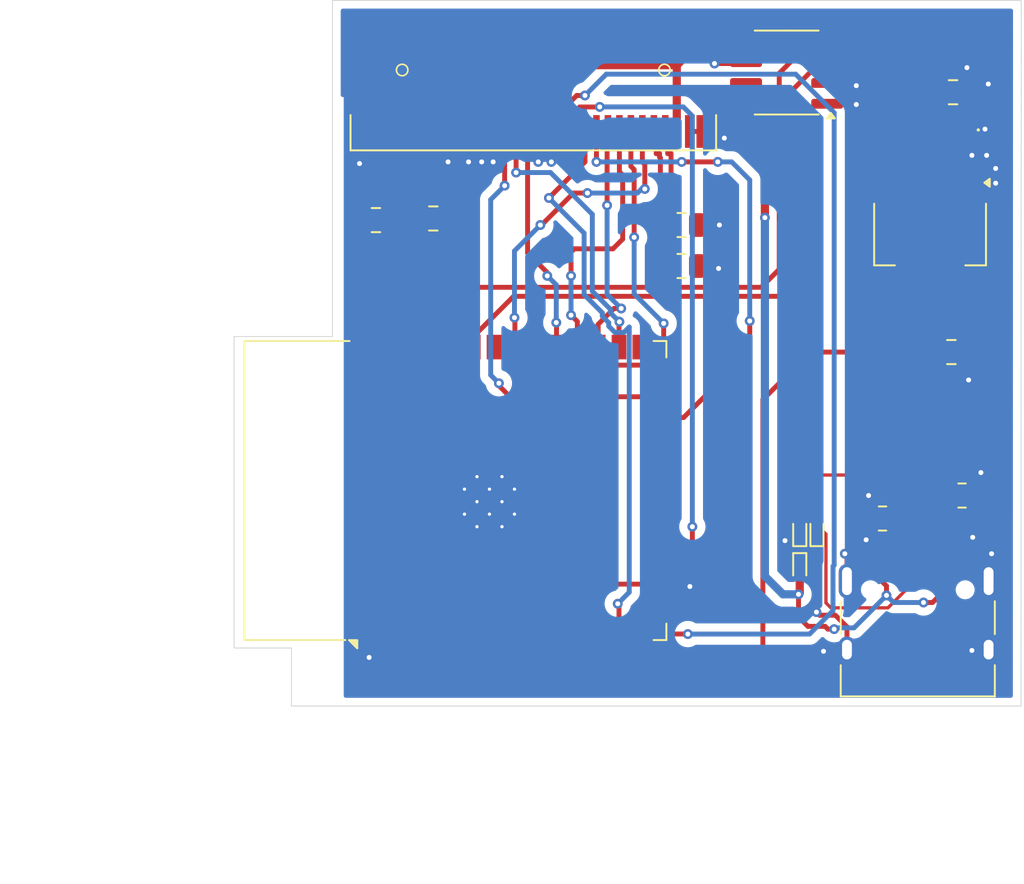
<source format=kicad_pcb>
(kicad_pcb (version 20241229) (generator "pcbnew") (generator_version "9.0")
  (layers (0 "F.Cu" signal) (2 "B.Cu" signal) (13 "F.Paste" user) (15 "B.Paste" user) (5 "F.SilkS" user "F.Silkscreen") (7 "B.SilkS" user "B.Silkscreen") (1 "F.Mask" user) (3 "B.Mask" user) (25 "Edge.Cuts" user))
  (net 0 "")
  (net 1 "GND")
  (net 2 "+5V")
  (net 3 "+3.3V")
  (net 4 "Net-(DS1-C2N)")
  (net 5 "Net-(DS1-C2P)")
  (net 6 "Net-(DS1-C1P)")
  (net 7 "Net-(DS1-C1N)")
  (net 8 "Net-(DS1-VCOMH)")
  (net 9 "Net-(D2-A2)")
  (net 10 "Net-(D3-A2)")
  (net 11 "VBUS")
  (net 12 "Net-(DS1-IREF)")
  (net 13 "Net-(DS1-D7)")
  (net 14 "Net-(DS1-D3)")
  (net 16 "Net-(DS1-~{RES})")
  (net 17 "Net-(DS1-D{slash}~{C})")
  (net 18 "Net-(DS1-D2)")
  (net 19 "Net-(DS1-D0)")
  (net 20 "Net-(DS1-D6)")
  (net 21 "Net-(DS1-~{CS})")
  (net 22 "Net-(DS1-D1)")
  (net 23 "Net-(DS1-D4)")
  (net 24 "Net-(DS1-D5)")
  (net 25 "Net-(J1-CC2)")
  (net 28 "Net-(J1-CC1)")
  (net 29 "SCL")
  (net 30 "SDA")
  (net 31 "VBUS_FEMALE")
  (footprint "Package_TO_SOT_SMD:SOT-223-3_TabPin2" (layer "F.Cu") (at 218.95 64.25 -90)
    (property "Reference" "U2" (hide yes))
    (property "Value" "AMS1117")
  )
  (footprint "Capacitor_SMD:C_0805_2012Metric" (layer "F.Cu") (at 220.25 71.45)
    (property "Reference" "C2" (hide yes))
    (property "Value" "22uF")
  )
  (footprint "Resistor_SMD:R_0805_2012Metric" (layer "F.Cu") (at 220.9 80.2)
    (property "Reference" "R2" (hide yes))
    (property "Value" "5.1K")
  )
  (footprint "Connector_USB:USB_C_Receptacle_HRO_TYPE-C-31-M-12" (layer "F.Cu") (at 218.2 88.55)
    (property "Reference" "J1" (hide yes))
    (property "Value" "USB_C_Receptacle_USB2.0_16P" (hide yes))
  )
  (footprint "Diode_SMD:D_0402_1005Metric" (layer "F.Cu") (at 220.8 57.9 180)
    (property "Reference" "D1" (hide yes))
    (property "Value" "D_Schottky" (hide yes))
  )
  (footprint "Capacitor_SMD:C_0805_2012Metric" (layer "F.Cu") (at 203.8 63.7)
    (property "Reference" "C5" (hide yes))
    (property "Value" "C" (hide yes))
  )
  (footprint "Display:OLED-128O064D" (layer "F.Cu") (at 194.75 57.995)
    (property "Reference" "DS1" (hide yes))
    (property "Value" "OLED-128O064D")
  )
  (footprint "Diode_SMD:D_SOD-923" (layer "F.Cu") (at 211 84.5725 -90)
    (property "Reference" "D4" (hide yes))
    (property "Value" "ESD9B3.3ST5G" (hide yes))
  )
  (footprint "Package_SO:SOIC-8_3.9x4.9mm_P1.27mm" (layer "F.Cu") (at 210.2 54.4 180)
    (property "Reference" "U1" (hide yes))
    (property "Value" "INA219AxD")
  )
  (footprint "RF_Module:ESP32-WROOM-32" (layer "F.Cu") (at 192.985 79.895 90)
    (property "Reference" "U3" (hide yes))
    (property "Value" "ESP32-WROOM-32" (hide yes))
  )
  (footprint "Diode_SMD:D_SOD-923" (layer "F.Cu") (at 211 82.4275 90)
    (property "Reference" "D3" (hide yes))
    (property "Value" "ESD9B3.3ST5G" (hide yes))
  )
  (footprint "Capacitor_SMD:C_0805_2012Metric" (layer "F.Cu") (at 203.8 66.2)
    (property "Reference" "R3" (hide yes))
    (property "Value" "910K" (hide yes))
  )
  (footprint "Diode_SMD:D_SOD-923" (layer "F.Cu") (at 212.05 82.4275 90)
    (property "Reference" "D2" (hide yes))
    (property "Value" "ESD9B3.3ST5G" (hide yes))
  )
  (footprint "Capacitor_SMD:C_0805_2012Metric" (layer "F.Cu") (at 185.15 63.4)
    (property "Reference" "C3" (hide yes))
    (property "Value" "C")
  )
  (footprint "Resistor_SMD:R_0805_2012Metric" (layer "F.Cu") (at 216.05 81.6 180)
    (property "Reference" "R1" (hide yes))
    (property "Value" "5.1K")
  )
  (footprint "Capacitor_SMD:C_0805_2012Metric" (layer "F.Cu") (at 188.65 63.3)
    (property "Reference" "C4" (hide yes))
    (property "Value" "C")
  )
  (footprint "Capacitor_SMD:C_0805_2012Metric" (layer "F.Cu") (at 220.35 55.6)
    (property "Reference" "C1" (hide yes))
    (property "Value" "10uF" (hide yes))
  )
  (gr_line (start 180 93.04) (end 180 89.5) (stroke (width 0.05)) (layer "Edge.Cuts"))
  (gr_line (start 176.5 70.5) (end 182.5 70.5) (stroke (width 0.05)) (layer "Edge.Cuts"))
  (gr_line (start 224.5 93.04) (end 180 93.04) (stroke (width 0.05)) (layer "Edge.Cuts"))
  (gr_line (start 176.5 89.5) (end 176.5 70.5) (stroke (width 0.05)) (layer "Edge.Cuts"))
  (gr_line (start 180 89.5) (end 176.5 89.5) (stroke (width 0.05)) (layer "Edge.Cuts"))
  (gr_line (start 182.5 50) (end 224.5 50) (stroke (width 0.05)) (layer "Edge.Cuts"))
  (gr_line (start 182.5 70.5) (end 182.5 50) (stroke (width 0.05)) (layer "Edge.Cuts"))
  (gr_line (start 224.51 50.17) (end 224.5 93.04) (stroke (width 0.05)) (layer "Edge.Cuts"))
  (gr_line (start 224.5 50) (end 224.51 50.17) (stroke (width 0.05)) (layer "Edge.Cuts"))
  (segment (start 184.735 71.145) (end 184.735 73.235) (width 0.3) (layer "F.Cu") (net 1))
  (segment (start 195.8 59.8) (end 195.85 59.85) (width 0.3) (layer "F.Cu") (net 1))
  (segment (start 184.735 87.915) (end 190.55 82.1) (width 0.3) (layer "F.Cu") (net 1))
  (segment (start 183.9 59.7) (end 183.9 58.695) (width 0.3) (layer "F.Cu") (net 1))
  (segment (start 213.88 88.209346) (end 213.88 89.6) (width 0.3) (layer "F.Cu") (net 1))
  (segment (start 191.6 57.995) (end 191.6 59.85) (width 0.3) (layer "F.Cu") (net 1))
  (segment (start 202.495 85.605) (end 197.105 85.605) (width 0.3) (layer "F.Cu") (net 1))
  (segment (start 222.52 83.93) (end 222.7 83.75) (width 0.3) (layer "F.Cu") (net 1))
  (segment (start 189.5 57.995) (end 189.5 59.8) (width 0.3) (layer "F.Cu") (net 1))
  (segment (start 221.8125 80.2) (end 221.8125 79.0375) (width 0.3) (layer "F.Cu") (net 1))
  (segment (start 221.3 54.2) (end 221.2 54.1) (width 0.3) (layer "F.Cu") (net 1))
  (segment (start 221.2 73.05) (end 221.3 73.15) (width 0.3) (layer "F.Cu") (net 1))
  (segment (start 205.8 53.85) (end 207.64 53.85) (width 0.3) (layer "F.Cu") (net 1))
  (segment (start 211 84.1525) (end 211 82.8475) (width 0.3) (layer "F.Cu") (net 1))
  (segment (start 222.4 59.45) (end 221.5 59.45) (width 0.3) (layer "F.Cu") (net 1))
  (segment (start 184.735 90.075) (end 184.735 88.645) (width 0.3) (layer "F.Cu") (net 1))
  (segment (start 195.1 59.8) (end 195.05 59.85) (width 0.3) (layer "F.Cu") (net 1))
  (segment (start 221.55 89.6) (end 221.5 89.65) (width 0.3) (layer "F.Cu") (net 1))
  (segment (start 207.64 53.85) (end 207.725 53.765) (width 0.3) (layer "F.Cu") (net 1))
  (segment (start 222.95 60) (end 222.4 59.45) (width 0.3) (layer "F.Cu") (net 1))
  (segment (start 213.75 83.75) (end 213.8 83.75) (width 0.3) (layer "F.Cu") (net 1))
  (segment (start 204.75 66.2) (end 205.9 66.2) (width 0.3) (layer "F.Cu") (net 1))
  (segment (start 212 83.83) (end 212.05 83.78) (width 0.3) (layer "F.Cu") (net 1))
  (segment (start 190.9 57.995) (end 190.9 59.75) (width 0.3) (layer "F.Cu") (net 1))
  (segment (start 214.95 84.505) (end 214.95 83) (width 0.3) (layer "F.Cu") (net 1))
  (segment (start 212.211 87.501) (end 213.171654 87.501) (width 0.3) (layer "F.Cu") (net 1))
  (segment (start 189.5 59.8) (end 189.55 59.85) (width 0.3) (layer "F.Cu") (net 1))
  (segment (start 213.171654 87.501) (end 213.88 88.209346) (width 0.3) (layer "F.Cu") (net 1))
  (segment (start 204.75 63.7) (end 206.1 63.7) (width 0.3) (layer "F.Cu") (net 1))
  (segment (start 221.8125 79.0375) (end 222.05 78.8) (width 0.3) (layer "F.Cu") (net 1))
  (segment (start 222.25 57.9) (end 222.3 57.85) (width 0.3) (layer "F.Cu") (net 1))
  (segment (start 205.995 57.995) (end 204.9 57.995) (width 0.3) (layer "F.Cu") (net 1))
  (segment (start 221.45 82.85) (end 221.55 82.75) (width 0.3) (layer "F.Cu") (net 1))
  (segment (start 204.2 57.995) (end 204.9 57.995) (width 0.3) (layer "F.Cu") (net 1))
  (segment (start 221.285 57.9) (end 222.25 57.9) (width 0.3) (layer "F.Cu") (net 1))
  (segment (start 212.05 82.8475) (end 211 82.8475) (width 0.3) (layer "F.Cu") (net 1))
  (segment (start 204.155 85.605) (end 204.3 85.75) (width 0.3) (layer "F.Cu") (net 1))
  (segment (start 212 87.29) (end 212 83.83) (width 0.3) (layer "F.Cu") (net 1))
  (segment (start 197.105 85.605) (end 193.6 82.1) (width 0.3) (layer "F.Cu") (net 1))
  (segment (start 184.735 73.235) (end 190.55 79.05) (width 0.3) (layer "F.Cu") (net 1))
  (segment (start 221.8125 80.2) (end 221.8125 82.4875) (width 0.3) (layer "F.Cu") (net 1))
  (segment (start 222.52 89.6) (end 221.55 89.6) (width 0.3) (layer "F.Cu") (net 1))
  (segment (start 205.9 66.2) (end 206.05 66.35) (width 0.3) (layer "F.Cu") (net 1))
  (segment (start 215.05 81.6875) (end 215.1375 81.6) (width 0.3) (layer "F.Cu") (net 1))
  (segment (start 190.9 59.75) (end 190.8 59.85) (width 0.3) (layer "F.Cu") (net 1))
  (segment (start 210.1 82.95) (end 210.8975 82.95) (width 0.3) (layer "F.Cu") (net 1))
  (segment (start 215.1375 80.2625) (end 215.2 80.2) (width 0.3) (layer "F.Cu") (net 1))
  (segment (start 206.4 58.4) (end 205.995 57.995) (width 0.3) (layer "F.Cu") (net 1))
  (segment (start 214.95 83) (end 215.05 82.9) (width 0.3) (layer "F.Cu") (net 1))
  (segment (start 221.25 61.1) (end 221.25 59.7) (width 0.3) (layer "F.Cu") (net 1))
  (segment (start 184.15 59.95) (end 183.9 59.7) (width 0.3) (layer "F.Cu") (net 1))
  (segment (start 222.5 55.1) (end 221.8 55.1) (width 0.3) (layer "F.Cu") (net 1))
  (segment (start 221.45 84.505) (end 221.45 82.85) (width 0.3) (layer "F.Cu") (net 1))
  (segment (start 192.3 57.995) (end 192.3 59.85) (width 0.3) (layer "F.Cu") (net 1))
  (segment (start 221.2 71.45) (end 221.2 73.05) (width 0.3) (layer "F.Cu") (net 1))
  (segment (start 221.8 55.1) (end 221.3 55.6) (width 0.3) (layer "F.Cu") (net 1))
  (segment (start 215.1375 81.6) (end 215.1375 80.2625) (width 0.3) (layer "F.Cu") (net 1))
  (segment (start 212.72 56.35) (end 212.675 56.305) (width 0.3) (layer "F.Cu") (net 1))
  (segment (start 212.675 55.035) (end 214.285 55.035) (width 0.3) (layer "F.Cu") (net 1))
  (segment (start 213.88 89.6) (end 212.55 89.6) (width 0.3) (layer "F.Cu") (net 1))
  (segment (start 195.1 57.995) (end 195.1 59.8) (width 0.3) (layer "F.Cu") (net 1))
  (segment (start 222.52 85.42) (end 222.52 83.93) (width 0.3) (layer "F.Cu") (net 1))
  (segment (start 212.55 89.6) (end 212.45 89.7) (width 0.3) (layer "F.Cu") (net 1))
  (segment (start 221.25 59.7) (end 221.5 59.45) (width 0.3) (layer "F.Cu") (net 1))
  (segment (start 183.9 58.695) (end 184.6 57.995) (width 0.3) (layer "F.Cu") (net 1))
  (segment (start 210.8975 82.95) (end 211 82.8475) (width 0.3) (layer "F.Cu") (net 1))
  (segment (start 202.495 85.605) (end 204.155 85.605) (width 0.3) (layer "F.Cu") (net 1))
  (segment (start 221.8125 82.4875) (end 221.55 82.75) (width 0.3) (layer "F.Cu") (net 1))
  (segment (start 184.735 88.645) (end 184.735 87.915) (width 0.3) (layer "F.Cu") (net 1))
  (segment (start 212.02038 87.31038) (end 212 87.29) (width 0.3) (layer "F.Cu") (net 1))
  (segment (start 222.95 60.25) (end 222.95 60) (width 0.3) (layer "F.Cu") (net 1))
  (segment (start 213.88 83.83) (end 213.88 85.42) (width 0.3) (layer "F.Cu") (net 1))
  (segment (start 213.8 83.75) (end 213.88 83.83) (width 0.3) (layer "F.Cu") (net 1))
  (segment (start 195.8 57.995) (end 195.8 59.8) (width 0.3) (layer "F.Cu") (net 1))
  (segment (start 215.05 82.9) (end 215.05 81.6875) (width 0.3) (layer "F.Cu") (net 1))
  (segment (start 212.02038 87.31038) (end 212.211 87.501) (width 0.3) (layer "F.Cu") (net 1))
  (segment (start 214.285 55.035) (end 214.45 55.2) (width 0.3) (layer "F.Cu") (net 1))
  (segment (start 221.3 55.6) (end 221.3 54.2) (width 0.3) (layer "F.Cu") (net 1))
  (segment (start 214.45 56.35) (end 212.72 56.35) (width 0.3) (layer "F.Cu") (net 1))
  (segment (start 222.95 61.15) (end 222.95 60.25) (width 0.3) (layer "F.Cu") (net 1))
  (segment (start 212.05 83.78) (end 212.05 82.8475) (width 0.3) (layer "F.Cu") (net 1))
  (via (at 222.7 83.75) (size 0.6) (drill 0.3) (layers "F.Cu" "B.Cu") (net 1))
  (via (at 195.85 59.85) (size 0.6) (drill 0.3) (layers "F.Cu" "B.Cu") (net 1))
  (via (at 222.5 55.1) (size 0.6) (drill 0.3) (layers "F.Cu" "B.Cu") (net 1))
  (via (at 212.02038 87.31038) (size 0.6) (drill 0.3) (layers "F.Cu" "B.Cu") (net 1))
  (via (at 214.45 56.35) (size 0.6) (drill 0.3) (layers "F.Cu" "B.Cu") (net 1))
  (via (at 221.5 59.45) (size 0.6) (drill 0.3) (layers "F.Cu" "B.Cu") (net 1))
  (via (at 205.8 53.85) (size 0.6) (drill 0.3) (layers "F.Cu" "B.Cu") (net 1))
  (via (at 192.3 59.85) (size 0.6) (drill 0.3) (layers "F.Cu" "B.Cu") (net 1))
  (via (at 184.735 90.075) (size 0.6) (drill 0.3) (layers "F.Cu" "B.Cu") (net 1))
  (via (at 190.8 59.85) (size 0.6) (drill 0.3) (layers "F.Cu" "B.Cu") (net 1))
  (via (at 221.55 82.75) (size 0.6) (drill 0.3) (layers "F.Cu" "B.Cu") (net 1))
  (via (at 214.45 55.2) (size 0.6) (drill 0.3) (layers "F.Cu" "B.Cu") (net 1))
  (via (at 191.6 59.85) (size 0.6) (drill 0.3) (layers "F.Cu" "B.Cu") (net 1))
  (via (at 222.95 61.15) (size 0.6) (drill 0.3) (layers "F.Cu" "B.Cu") (net 1))
  (via (at 212.45 89.7) (size 0.6) (drill 0.3) (layers "F.Cu" "B.Cu") (net 1))
  (via (at 222.05 78.8) (size 0.6) (drill 0.3) (layers "F.Cu" "B.Cu") (net 1))
  (via (at 222.4 59.45) (size 0.6) (drill 0.3) (layers "F.Cu" "B.Cu") (net 1))
  (via (at 221.2 54.1) (size 0.6) (drill 0.3) (layers "F.Cu" "B.Cu") (net 1))
  (via (at 189.55 59.85) (size 0.6) (drill 0.3) (layers "F.Cu" "B.Cu") (net 1))
  (via (at 210.1 82.95) (size 0.6) (drill 0.3) (layers "F.Cu" "B.Cu") (net 1))
  (via (at 204.3 85.75) (size 0.6) (drill 0.3) (layers "F.Cu" "B.Cu") (net 1))
  (via (at 222.3 57.85) (size 0.6) (drill 0.3) (layers "F.Cu" "B.Cu") (net 1))
  (via (at 221.3 73.15) (size 0.6) (drill 0.3) (layers "F.Cu" "B.Cu") (net 1))
  (via (at 195.05 59.85) (size 0.6) (drill 0.3) (layers "F.Cu" "B.Cu") (net 1))
  (via (at 222.95 60.25) (size 0.6) (drill 0.3) (layers "F.Cu" "B.Cu") (net 1))
  (via (at 206.1 63.7) (size 0.6) (drill 0.3) (layers "F.Cu" "B.Cu") (net 1))
  (via (at 215.05 82.9) (size 0.6) (drill 0.3) (layers "F.Cu" "B.Cu") (net 1))
  (via (at 213.75 83.75) (size 0.6) (drill 0.3) (layers "F.Cu" "B.Cu") (net 1))
  (via (at 206.4 58.4) (size 0.6) (drill 0.3) (layers "F.Cu" "B.Cu") (net 1))
  (via (at 215.2 80.2) (size 0.6) (drill 0.3) (layers "F.Cu" "B.Cu") (net 1))
  (via (at 206.05 66.35) (size 0.6) (drill 0.3) (layers "F.Cu" "B.Cu") (net 1))
  (via (at 221.5 89.65) (size 0.6) (drill 0.3) (layers "F.Cu" "B.Cu") (net 1))
  (via (at 184.15 59.95) (size 0.6) (drill 0.3) (layers "F.Cu" "B.Cu") (net 1))
  (segment (start 219.4 51.6) (end 219.4 55.6) (width 0.5) (layer "F.Cu") (net 2))
  (segment (start 192.85 53.95) (end 203.5 53.95) (width 0.5) (layer "F.Cu") (net 2))
  (segment (start 219.4 56.985) (end 220.315 57.9) (width 0.5) (layer "F.Cu") (net 2))
  (segment (start 205.65 52.495) (end 207.725 52.495) (width 0.5) (layer "F.Cu") (net 2))
  (segment (start 188.1 57.995) (end 188.1 56.55) (width 0.5) (layer "F.Cu") (net 2))
  (segment (start 203.5 53.95) (end 204.955 52.495) (width 0.5) (layer "F.Cu") (net 2))
  (segment (start 189.7 56.1) (end 190.2 56.6) (width 0.5) (layer "F.Cu") (net 2))
  (segment (start 206.994 51.151) (end 219.051 51.151) (width 0.5) (layer "F.Cu") (net 2))
  (segment (start 219.85 57.9) (end 220.315 57.9) (width 0.5) (layer "F.Cu") (net 2))
  (segment (start 188.55 56.1) (end 189.7 56.1) (width 0.5) (layer "F.Cu") (net 2))
  (segment (start 190.2 56.6) (end 192.85 53.95) (width 0.5) (layer "F.Cu") (net 2))
  (segment (start 219.4 55.6) (end 219.4 56.985) (width 0.5) (layer "F.Cu") (net 2))
  (segment (start 205.65 52.495) (end 206.994 51.151) (width 0.5) (layer "F.Cu") (net 2))
  (segment (start 216.65 61.1) (end 219.85 57.9) (width 0.5) (layer "F.Cu") (net 2))
  (segment (start 219.051 51.151) (end 219.45 51.55) (width 0.5) (layer "F.Cu") (net 2))
  (segment (start 190.2 56.6) (end 190.2 57.995) (width 0.5) (layer "F.Cu") (net 2))
  (segment (start 188.1 56.55) (end 188.55 56.1) (width 0.5) (layer "F.Cu") (net 2))
  (segment (start 203.5 57.995) (end 203.5 53.95) (width 0.5) (layer "F.Cu") (net 2))
  (segment (start 219.45 51.55) (end 219.4 51.6) (width 0.5) (layer "F.Cu") (net 2))
  (segment (start 204.955 52.495) (end 205.65 52.495) (width 0.5) (layer "F.Cu") (net 2))
  (segment (start 218.95 71.1) (end 219.3 71.45) (width 0.3) (layer "F.Cu") (net 3))
  (segment (start 187.2 90.3) (end 186.005 89.105) (width 0.3) (layer "F.Cu") (net 3))
  (segment (start 218.95 67.4) (end 218.95 71.1) (width 0.3) (layer "F.Cu") (net 3))
  (segment (start 208.75 74.35) (end 208.75 89.45) (width 0.3) (layer "F.Cu") (net 3))
  (segment (start 186.005 89.105) (end 186.005 88.645) (width 0.3) (layer "F.Cu") (net 3))
  (segment (start 211.65 71.45) (end 208.75 74.35) (width 0.3) (layer "F.Cu") (net 3))
  (segment (start 218.95 61.1) (end 218.95 67.4) (width 0.3) (layer "F.Cu") (net 3))
  (segment (start 219.3 71.45) (end 211.65 71.45) (width 0.3) (layer "F.Cu") (net 3))
  (segment (start 207.9 90.3) (end 187.2 90.3) (width 0.3) (layer "F.Cu") (net 3))
  (segment (start 208.75 89.45) (end 207.9 90.3) (width 0.3) (layer "F.Cu") (net 3))
  (segment (start 185.3 57.995) (end 185.3 59.925) (width 0.3) (layer "F.Cu") (net 4))
  (segment (start 184.2 61.025) (end 184.2 63.4) (width 0.3) (layer "F.Cu") (net 4))
  (segment (start 185.3 59.925) (end 184.2 61.025) (width 0.3) (layer "F.Cu") (net 4))
  (segment (start 186.1 58.095) (end 186 57.995) (width 0.3) (layer "F.Cu") (net 5))
  (segment (start 186.1 63.4) (end 186.1 58.095) (width 0.3) (layer "F.Cu") (net 5))
  (segment (start 186.7 57.995) (end 186.7 61.45) (width 0.3) (layer "F.Cu") (net 6))
  (segment (start 186.7 61.45) (end 187.7 62.45) (width 0.3) (layer "F.Cu") (net 6))
  (segment (start 187.7 62.45) (end 187.7 63.3) (width 0.3) (layer "F.Cu") (net 6))
  (segment (start 189.6 63.3) (end 187.4 61.1) (width 0.3) (layer "F.Cu") (net 7))
  (segment (start 187.4 61.1) (end 187.4 57.995) (width 0.3) (layer "F.Cu") (net 7))
  (segment (start 202.85 63.7) (end 203.15 63.4) (width 0.3) (layer "F.Cu") (net 8))
  (segment (start 202.949 59.346) (end 202.949 58.293942) (width 0.3) (layer "F.Cu") (net 8))
  (segment (start 202.899 58.094) (end 202.8 57.995) (width 0.3) (layer "F.Cu") (net 8))
  (segment (start 203.15 59.346) (end 202.949 59.346) (width 0.3) (layer "F.Cu") (net 8))
  (segment (start 202.899 58.243942) (end 202.899 58.094) (width 0.3) (layer "F.Cu") (net 8))
  (segment (start 203.15 63.4) (end 203.15 59.346) (width 0.3) (layer "F.Cu") (net 8))
  (segment (start 202.949 58.293942) (end 202.899 58.243942) (width 0.3) (layer "F.Cu") (net 8))
  (segment (start 218.782 85.65) (end 218.1 85.65) (width 0.2) (layer "F.Cu") (net 9))
  (segment (start 217.95 85.5) (end 217.95 84.505) (width 0.2) (layer "F.Cu") (net 9))
  (segment (start 212.9 87.05) (end 212.6 86.75) (width 0.2) (layer "F.Cu") (net 9))
  (segment (start 218.1 85.65) (end 217.95 85.5) (width 0.2) (layer "F.Cu") (net 9))
  (segment (start 218.95 84.505) (end 218.95 85.482) (width 0.2) (layer "F.Cu") (net 9))
  (segment (start 216.382 87.05) (end 212.9 87.05) (width 0.2) (layer "F.Cu") (net 9))
  (segment (start 217.95 85.482) (end 216.382 87.05) (width 0.2) (layer "F.Cu") (net 9))
  (segment (start 212.6 86.75) (end 212.6 82.5575) (width 0.2) (layer "F.Cu") (net 9))
  (segment (start 212.6 82.5575) (end 212.05 82.0075) (width 0.2) (layer "F.Cu") (net 9))
  (segment (start 217.95 84.505) (end 217.95 85.482) (width 0.2) (layer "F.Cu") (net 9))
  (segment (start 218.95 85.482) (end 218.782 85.65) (width 0.2) (layer "F.Cu") (net 9))
  (segment (start 211 79.2) (end 211 82.0075) (width 0.2) (layer "F.Cu") (net 10))
  (segment (start 218.172 83.25) (end 217.7 83.25) (width 0.2) (layer "F.Cu") (net 10))
  (segment (start 211.25 78.95) (end 211 79.2) (width 0.2) (layer "F.Cu") (net 10))
  (segment (start 217.6 78.95) (end 211.25 78.95) (width 0.2) (layer "F.Cu") (net 10))
  (segment (start 218.45 84.505) (end 218.45 83.528) (width 0.2) (layer "F.Cu") (net 10))
  (segment (start 218.45 79.8) (end 217.6 78.95) (width 0.2) (layer "F.Cu") (net 10))
  (segment (start 217.45 83.5) (end 217.45 84.505) (width 0.2) (layer "F.Cu") (net 10))
  (segment (start 218.45 83.528) (end 218.172 83.25) (width 0.2) (layer "F.Cu") (net 10))
  (segment (start 217.7 83.25) (end 217.45 83.5) (width 0.2) (layer "F.Cu") (net 10))
  (segment (start 218.45 84.505) (end 218.45 79.8) (width 0.2) (layer "F.Cu") (net 10))
  (segment (start 213.1 88.35) (end 212.72 88.35) (width 0.3) (layer "F.Cu") (net 11))
  (segment (start 212.55 88.18) (end 211.5 88.18) (width 0.3) (layer "F.Cu") (net 11))
  (segment (start 220.65 84.505) (end 220.65 85.175) (width 0.3) (layer "F.Cu") (net 11))
  (segment (start 220.65 85.175) (end 219.1 86.725) (width 0.3) (layer "F.Cu") (net 11))
  (segment (start 210.925 87.605) (end 210.925 86.225) (width 0.3) (layer "F.Cu") (net 11))
  (segment (start 215.75 84.505) (end 215.75 85.175) (width 0.3) (layer "F.Cu") (net 11))
  (segment (start 211.5 88.18) (end 210.925 87.605) (width 0.3) (layer "F.Cu") (net 11))
  (segment (start 211 86.15) (end 210.925 86.225) (width 0.5) (layer "F.Cu") (net 11))
  (segment (start 219.1 86.725) (end 218.55 86.725) (width 0.3) (layer "F.Cu") (net 11))
  (segment (start 207.725 56.305) (end 208.875 57.455) (width 0.5) (layer "F.Cu") (net 11))
  (segment (start 212.72 88.35) (end 212.55 88.18) (width 0.3) (layer "F.Cu") (net 11))
  (segment (start 208.875 57.455) (end 208.875 63.25) (width 0.5) (layer "F.Cu") (net 11))
  (segment (start 211 84.9925) (end 211 86.15) (width 0.5) (layer "F.Cu") (net 11))
  (segment (start 215.75 85.175) (end 216.291735 85.716735) (width 0.3) (layer "F.Cu") (net 11))
  (segment (start 216.291735 85.716735) (end 216.291735 86.291735) (width 0.3) (layer "F.Cu") (net 11))
  (via (at 210.925 86.225) (size 0.6) (drill 0.3) (layers "F.Cu" "B.Cu") (net 11))
  (via (at 216.291735 86.291735) (size 0.6) (drill 0.3) (layers "F.Cu" "B.Cu") (net 11))
  (via (at 213.1 88.35) (size 0.6) (drill 0.3) (layers "F.Cu" "B.Cu") (net 11))
  (via (at 208.875 63.25) (size 0.6) (drill 0.3) (layers "F.Cu" "B.Cu") (net 11))
  (via (at 218.55 86.725) (size 0.6) (drill 0.3) (layers "F.Cu" "B.Cu") (net 11))
  (segment (start 213.18 88.27) (end 214.31347 88.27) (width 0.3) (layer "B.Cu") (net 11))
  (segment (start 208.875 85.125) (end 209.975 86.225) (width 0.5) (layer "B.Cu") (net 11))
  (segment (start 208.875 63.25) (end 208.875 85.125) (width 0.5) (layer "B.Cu") (net 11))
  (segment (start 209.975 86.225) (end 210.925 86.225) (width 0.5) (layer "B.Cu") (net 11))
  (segment (start 218.55 86.725) (end 216.725 86.725) (width 0.3) (layer "B.Cu") (net 11))
  (segment (start 213.1 88.35) (end 213.18 88.27) (width 0.3) (layer "B.Cu") (net 11))
  (segment (start 216.725 86.725) (end 216.291735 86.291735) (width 0.3) (layer "B.Cu") (net 11))
  (segment (start 214.31347 88.27) (end 216.291735 86.291735) (width 0.3) (layer "B.Cu") (net 11))
  (segment (start 202.5 59.605521) (end 202.448 59.553521) (width 0.3) (layer "F.Cu") (net 12))
  (segment (start 202.34413 64.776) (end 201.999 64.43087) (width 0.3) (layer "F.Cu") (net 12))
  (segment (start 202.5 65.85) (end 202.5 64.776) (width 0.3) (layer "F.Cu") (net 12))
  (segment (start 202.249 58.144) (end 202.1 57.995) (width 0.3) (layer "F.Cu") (net 12))
  (segment (start 202.249 59.346) (end 202.249 58.144) (width 0.3) (layer "F.Cu") (net 12))
  (segment (start 202.448 59.553521) (end 202.448 59.346) (width 0.3) (layer "F.Cu") (net 12))
  (segment (start 202.448 59.346) (end 202.249 59.346) (width 0.3) (layer "F.Cu") (net 12))
  (segment (start 202.34413 62.624) (end 202.5 62.624) (width 0.3) (layer "F.Cu") (net 12))
  (segment (start 202.85 66.2) (end 202.5 65.85) (width 0.3) (layer "F.Cu") (net 12))
  (segment (start 202.5 62.624) (end 202.5 59.605521) (width 0.3) (layer "F.Cu") (net 12))
  (segment (start 201.999 62.96913) (end 202.34413 62.624) (width 0.3) (layer "F.Cu") (net 12))
  (segment (start 201.999 64.43087) (end 201.999 62.96913) (width 0.3) (layer "F.Cu") (net 12))
  (segment (start 202.5 64.776) (end 202.34413 64.776) (width 0.3) (layer "F.Cu") (net 12))
  (segment (start 201.55 60) (end 201.55 61.5) (width 0.3) (layer "F.Cu") (net 13))
  (segment (start 195.179346 63.7) (end 195.25 63.7) (width 0.3) (layer "F.Cu") (net 13))
  (segment (start 201.4 59.85) (end 201.4 57.995) (width 0.3) (layer "F.Cu") (net 13))
  (segment (start 195.25 63.7) (end 197.2 61.75) (width 0.3) (layer "F.Cu") (net 13))
  (segment (start 193.625 69.375) (end 193.6 69.35) (width 0.3) (layer "F.Cu") (net 13))
  (segment (start 201.4 59.85) (end 201.55 60) (width 0.3) (layer "F.Cu") (net 13))
  (segment (start 197.2 61.75) (end 198.05 61.75) (width 0.3) (layer "F.Cu") (net 13))
  (segment (start 193.625 71.145) (end 193.625 69.375) (width 0.3) (layer "F.Cu") (net 13))
  (via (at 201.55 61.5) (size 0.6) (drill 0.3) (layers "F.Cu" "B.Cu") (net 13))
  (via (at 193.6 69.35) (size 0.6) (drill 0.3) (layers "F.Cu" "B.Cu") (net 13))
  (via (at 198.05 61.75) (size 0.6) (drill 0.3) (layers "F.Cu" "B.Cu") (net 13))
  (via (at 195.179346 63.7) (size 0.6) (drill 0.3) (layers "F.Cu" "B.Cu") (net 13))
  (segment (start 201.1 61.75) (end 201.35 61.5) (width 0.3) (layer "B.Cu") (net 13))
  (segment (start 195.179346 63.7) (end 193.6 65.279346) (width 0.3) (layer "B.Cu") (net 13))
  (segment (start 201.35 61.5) (end 201.55 61.5) (width 0.3) (layer "B.Cu") (net 13))
  (segment (start 193.6 65.279346) (end 193.6 69.35) (width 0.3) (layer "B.Cu") (net 13))
  (segment (start 198.05 61.75) (end 201.1 61.75) (width 0.3) (layer "B.Cu") (net 13))
  (segment (start 206 59.85) (end 203.8 59.85) (width 0.3) (layer "F.Cu") (net 14))
  (segment (start 198.6 57.995) (end 198.6 59.85) (width 0.3) (layer "F.Cu") (net 14))
  (segment (start 207.95 71.408521) (end 207.95 69.55) (width 0.3) (layer "F.Cu") (net 14))
  (segment (start 202.495 75.445) (end 203.913521 75.445) (width 0.3) (layer "F.Cu") (net 14))
  (segment (start 203.913521 75.445) (end 207.95 71.408521) (width 0.3) (layer "F.Cu") (net 14))
  (via (at 206 59.85) (size 0.6) (drill 0.3) (layers "F.Cu" "B.Cu") (net 14))
  (via (at 198.6 59.85) (size 0.6) (drill 0.3) (layers "F.Cu" "B.Cu") (net 14))
  (via (at 207.95 69.55) (size 0.6) (drill 0.3) (layers "F.Cu" "B.Cu") (net 14))
  (via (at 203.8 59.85) (size 0.6) (drill 0.3) (layers "F.Cu" "B.Cu") (net 14))
  (segment (start 206.85 59.85) (end 206 59.85) (width 0.3) (layer "B.Cu") (net 14))
  (segment (start 203.8 59.85) (end 198.6 59.85) (width 0.3) (layer "B.Cu") (net 14))
  (segment (start 207.95 69.55) (end 207.95 60.95) (width 0.3) (layer "B.Cu") (net 14))
  (segment (start 207.95 60.95) (end 206.85 59.85) (width 0.3) (layer "B.Cu") (net 14))
  (segment (start 199.975 69.625) (end 200 69.6) (width 0.3) (layer "F.Cu") (net 16))
  (segment (start 193.7 60.5) (end 193.7 57.995) (width 0.3) (layer "F.Cu") (net 16))
  (segment (start 199.975 71.145) (end 199.975 69.625) (width 0.3) (layer "F.Cu") (net 16))
  (via (at 200 69.6) (size 0.6) (drill 0.3) (layers "F.Cu" "B.Cu") (net 16))
  (via (at 193.7 60.5) (size 0.6) (drill 0.3) (layers "F.Cu" "B.Cu") (net 16))
  (segment (start 199.45862 68.8479) (end 198.35 67.73928) (width 0.3) (layer "B.Cu") (net 16))
  (segment (start 199.839966 69.44138) (end 199.45862 69.060034) (width 0.3) (layer "B.Cu") (net 16))
  (segment (start 198.35 63.05) (end 195.8 60.5) (width 0.3) (layer "B.Cu") (net 16))
  (segment (start 200 69.6) (end 200 69.44138) (width 0.3) (layer "B.Cu") (net 16))
  (segment (start 195.8 60.5) (end 193.7 60.5) (width 0.3) (layer "B.Cu") (net 16))
  (segment (start 200 69.44138) (end 199.839966 69.44138) (width 0.3) (layer "B.Cu") (net 16))
  (segment (start 199.45862 69.060034) (end 199.45862 68.8479) (width 0.3) (layer "B.Cu") (net 16))
  (segment (start 198.35 67.73928) (end 198.35 63.05) (width 0.3) (layer "B.Cu") (net 16))
  (segment (start 196.165 69.665) (end 196.15 69.65) (width 0.3) (layer "F.Cu") (net 17))
  (segment (start 195.6 66.8) (end 195.6 66.6) (width 0.3) (layer "F.Cu") (net 17))
  (segment (start 194.4 65.4) (end 194.4 57.995) (width 0.3) (layer "F.Cu") (net 17))
  (segment (start 195.6 66.6) (end 194.4 65.4) (width 0.3) (layer "F.Cu") (net 17))
  (segment (start 196.165 71.145) (end 196.165 69.665) (width 0.3) (layer "F.Cu") (net 17))
  (via (at 196.15 69.65) (size 0.6) (drill 0.3) (layers "F.Cu" "B.Cu") (net 17))
  (via (at 195.6 66.8) (size 0.6) (drill 0.3) (layers "F.Cu" "B.Cu") (net 17))
  (segment (start 196.15 67.35) (end 196.15 69.65) (width 0.3) (layer "B.Cu") (net 17))
  (segment (start 195.6 66.8) (end 196.15 67.35) (width 0.3) (layer "B.Cu") (net 17))
  (segment (start 199.975 86.875) (end 199.9 86.8) (width 0.3) (layer "F.Cu") (net 18))
  (segment (start 195.7 62.05) (end 197.9 59.85) (width 0.3) (layer "F.Cu") (net 18))
  (segment (start 197.9 59.85) (end 197.9 57.995) (width 0.3) (layer "F.Cu") (net 18))
  (segment (start 199.975 88.645) (end 199.975 86.875) (width 0.3) (layer "F.Cu") (net 18))
  (via (at 195.7 62.05) (size 0.6) (drill 0.3) (layers "F.Cu" "B.Cu") (net 18))
  (via (at 199.9 86.8) (size 0.6) (drill 0.3) (layers "F.Cu" "B.Cu") (net 18))
  (segment (start 200.6 69.920654) (end 200.269654 70.251) (width 0.3) (layer "B.Cu") (net 18))
  (segment (start 198.95762 69.05542) (end 197.849 67.9468) (width 0.3) (layer "B.Cu") (net 18))
  (segment (start 199.9 86.8) (end 200.6 86.1) (width 0.3) (layer "B.Cu") (net 18))
  (segment (start 199.730346 70.251) (end 199.349 69.869654) (width 0.3) (layer "B.Cu") (net 18))
  (segment (start 197.849 67.9468) (end 197.849 64.199) (width 0.3) (layer "B.Cu") (net 18))
  (segment (start 199.349 69.658935) (end 198.95762 69.267554) (width 0.3) (layer "B.Cu") (net 18))
  (segment (start 197.849 64.199) (end 195.7 62.05) (width 0.3) (layer "B.Cu") (net 18))
  (segment (start 200.6 86.1) (end 200.6 69.920654) (width 0.3) (layer "B.Cu") (net 18))
  (segment (start 200.269654 70.251) (end 199.730346 70.251) (width 0.3) (layer "B.Cu") (net 18))
  (segment (start 198.95762 69.267554) (end 198.95762 69.05542) (width 0.3) (layer "B.Cu") (net 18))
  (segment (start 199.349 69.869654) (end 199.349 69.658935) (width 0.3) (layer "B.Cu") (net 18))
  (segment (start 196.5 57.995) (end 196.5 56.695) (width 0.3) (layer "F.Cu") (net 19))
  (segment (start 196.5 56.695) (end 197.395 55.8) (width 0.3) (layer "F.Cu") (net 19))
  (segment (start 204.175 88.65) (end 204.17 88.645) (width 0.3) (layer "F.Cu") (net 19))
  (segment (start 204.17 88.645) (end 201.245 88.645) (width 0.3) (layer "F.Cu") (net 19))
  (segment (start 197.395 55.8) (end 197.9 55.8) (width 0.3) (layer "F.Cu") (net 19))
  (via (at 197.9 55.8) (size 0.6) (drill 0.3) (layers "F.Cu" "B.Cu") (net 19))
  (via (at 204.175 88.65) (size 0.6) (drill 0.3) (layers "F.Cu" "B.Cu") (net 19))
  (segment (start 213.029 87.221) (end 213.029 84.517504) (width 0.3) (layer "B.Cu") (net 19))
  (segment (start 213.1 84.446504) (end 213.1 56.85) (width 0.3) (layer "B.Cu") (net 19))
  (segment (start 204.175 88.65) (end 211.6 88.65) (width 0.3) (layer "B.Cu") (net 19))
  (segment (start 211.6 88.65) (end 213.029 87.221) (width 0.3) (layer "B.Cu") (net 19))
  (segment (start 213.1 56.85) (end 210.75 54.5) (width 0.3) (layer "B.Cu") (net 19))
  (segment (start 199.2 54.5) (end 197.9 55.8) (width 0.3) (layer "B.Cu") (net 19))
  (segment (start 210.75 54.5) (end 199.2 54.5) (width 0.3) (layer "B.Cu") (net 19))
  (segment (start 213.029 84.517504) (end 213.1 84.446504) (width 0.3) (layer "B.Cu") (net 19))
  (segment (start 202.046 72.246) (end 202.7 71.592) (width 0.3) (layer "F.Cu") (net 20))
  (segment (start 200.9 64.45) (end 200.9 60.316137) (width 0.3) (layer "F.Cu") (net 20))
  (segment (start 195.364 72.246) (end 202.046 72.246) (width 0.3) (layer "F.Cu") (net 20))
  (segment (start 200.7 60.116137) (end 200.7 57.995) (width 0.3) (layer "F.Cu") (net 20))
  (segment (start 202.7 71.592) (end 202.7 69.7) (width 0.3) (layer "F.Cu") (net 20))
  (segment (start 200.9 60.316137) (end 200.7 60.116137) (width 0.3) (layer "F.Cu") (net 20))
  (segment (start 194.895 71.777) (end 195.364 72.246) (width 0.3) (layer "F.Cu") (net 20))
  (segment (start 194.895 71.145) (end 194.895 71.777) (width 0.3) (layer "F.Cu") (net 20))
  (via (at 200.9 64.45) (size 0.6) (drill 0.3) (layers "F.Cu" "B.Cu") (net 20))
  (via (at 202.7 69.7) (size 0.6) (drill 0.3) (layers "F.Cu" "B.Cu") (net 20))
  (segment (start 200.9 64.45) (end 200.9 67.9) (width 0.3) (layer "B.Cu") (net 20))
  (segment (start 200.9 67.9) (end 202.7 69.7) (width 0.3) (layer "B.Cu") (net 20))
  (segment (start 193 57.995) (end 193 61.3) (width 0.3) (layer "F.Cu") (net 21))
  (segment (start 193.325 74.175) (end 202.495 74.175) (width 0.3) (layer "F.Cu") (net 21))
  (segment (start 192.65 73.35) (end 192.65 73.5) (width 0.3) (layer "F.Cu") (net 21))
  (segment (start 192.65 73.5) (end 193.325 74.175) (width 0.3) (layer "F.Cu") (net 21))
  (via (at 192.65 73.35) (size 0.6) (drill 0.3) (layers "F.Cu" "B.Cu") (net 21))
  (via (at 193 61.3) (size 0.6) (drill 0.3) (layers "F.Cu" "B.Cu") (net 21))
  (segment (start 192.15 62.15) (end 193 61.3) (width 0.3) (layer "B.Cu") (net 21))
  (segment (start 192.15 72.85) (end 192.15 62.15) (width 0.3) (layer "B.Cu") (net 21))
  (segment (start 192.65 73.35) (end 192.15 72.85) (width 0.3) (layer "B.Cu") (net 21))
  (segment (start 197.2 57.995) (end 197.2 56.881346) (width 0.3) (layer "F.Cu") (net 22))
  (segment (start 204.45 83.43) (end 204.45 82.1) (width 0.3) (layer "F.Cu") (net 22))
  (segment (start 197.2 56.881346) (end 197.581346 56.5) (width 0.3) (layer "F.Cu") (net 22))
  (segment (start 197.581346 56.5) (end 198.8 56.5) (width 0.3) (layer "F.Cu") (net 22))
  (segment (start 202.495 84.335) (end 203.545 84.335) (width 0.3) (layer "F.Cu") (net 22))
  (segment (start 198.8 56.5) (end 198.8 56.494998) (width 0.3) (layer "F.Cu") (net 22))
  (segment (start 203.545 84.335) (end 204.45 83.43) (width 0.3) (layer "F.Cu") (net 22))
  (via (at 204.45 82.1) (size 0.6) (drill 0.3) (layers "F.Cu" "B.Cu") (net 22))
  (via (at 198.8 56.494998) (size 0.6) (drill 0.3) (layers "F.Cu" "B.Cu") (net 22))
  (segment (start 204.45 57.05) (end 204.45 82.1) (width 0.3) (layer "B.Cu") (net 22))
  (segment (start 203.894998 56.494998) (end 204.45 57.05) (width 0.3) (layer "B.Cu") (net 22))
  (segment (start 198.8 56.494998) (end 203.894998 56.494998) (width 0.3) (layer "B.Cu") (net 22))
  (segment (start 198.705 69.755) (end 198.705 71.145) (width 0.3) (layer "F.Cu") (net 23))
  (segment (start 199.66962 68.79038) (end 198.705 69.755) (width 0.3) (layer "F.Cu") (net 23))
  (segment (start 199.25 58.045) (end 199.3 57.995) (width 0.3) (layer "F.Cu") (net 23))
  (segment (start 199.25 62.5) (end 199.25 58.045) (width 0.3) (layer "F.Cu") (net 23))
  (segment (start 200.10962 68.79038) (end 199.66962 68.79038) (width 0.3) (layer "F.Cu") (net 23))
  (via (at 199.25 62.5) (size 0.6) (drill 0.3) (layers "F.Cu" "B.Cu") (net 23))
  (via (at 200.10962 68.79038) (size 0.6) (drill 0.3) (layers "F.Cu" "B.Cu") (net 23))
  (segment (start 199.25 67.93076) (end 200.10962 68.79038) (width 0.3) (layer "B.Cu") (net 23))
  (segment (start 199.25 62.5) (end 199.25 67.93076) (width 0.3) (layer "B.Cu") (net 23))
  (segment (start 197.05 66.8) (end 197.05 65.352) (width 0.3) (layer "F.Cu") (net 24))
  (segment (start 197.435 71.145) (end 197.435 69.585) (width 0.3) (layer "F.Cu") (net 24))
  (segment (start 197.435 69.585) (end 197.05 69.2) (width 0.3) (layer "F.Cu") (net 24))
  (segment (start 199.610327 65.15) (end 200.2 64.560327) (width 0.3) (layer "F.Cu") (net 24))
  (segment (start 197.05 65.352) (end 197.252 65.15) (width 0.3) (layer "F.Cu") (net 24))
  (segment (start 200.2 60.65) (end 200 60.45) (width 0.3) (layer "F.Cu") (net 24))
  (segment (start 200 60.45) (end 200 57.995) (width 0.3) (layer "F.Cu") (net 24))
  (segment (start 200.2 64.560327) (end 200.2 60.65) (width 0.3) (layer "F.Cu") (net 24))
  (segment (start 197.252 65.15) (end 199.610327 65.15) (width 0.3) (layer "F.Cu") (net 24))
  (via (at 197.05 66.8) (size 0.6) (drill 0.3) (layers "F.Cu" "B.Cu") (net 24))
  (via (at 197.05 69.2) (size 0.6) (drill 0.3) (layers "F.Cu" "B.Cu") (net 24))
  (segment (start 197.05 69.2) (end 197.05 66.8) (width 0.3) (layer "B.Cu") (net 24))
  (segment (start 219.95 80.2375) (end 219.9875 80.2) (width 0.2) (layer "F.Cu") (net 25))
  (segment (start 219.95 84.505) (end 219.95 80.2375) (width 0.2) (layer "F.Cu") (net 25))
  (segment (start 216.9625 81.6) (end 216.9625 84.4925) (width 0.2) (layer "F.Cu") (net 28))
  (segment (start 216.9625 84.4925) (end 216.95 84.505) (width 0.2) (layer "F.Cu") (net 28))
  (segment (start 187.275 70.513) (end 187.275 71.145) (width 0.3) (layer "F.Cu") (net 29))
  (segment (start 211.700001 52.495) (end 209.75 54.445001) (width 0.3) (layer "F.Cu") (net 29))
  (segment (start 212.675 52.495) (end 211.700001 52.495) (width 0.3) (layer "F.Cu") (net 29))
  (segment (start 209.75 54.445001) (end 209.75 66.4) (width 0.3) (layer "F.Cu") (net 29))
  (segment (start 190.288 67.5) (end 187.275 70.513) (width 0.3) (layer "F.Cu") (net 29))
  (segment (start 208.702 67.5) (end 208.702 67.448) (width 0.3) (layer "F.Cu") (net 29))
  (segment (start 208.702 67.448) (end 209.75 66.4) (width 0.3) (layer "F.Cu") (net 29))
  (segment (start 208.702 67.5) (end 190.288 67.5) (width 0.3) (layer "F.Cu") (net 29))
  (segment (start 210.6 55.422322) (end 210.6 67.4) (width 0.3) (layer "F.Cu") (net 30))
  (segment (start 210.6 67.4) (end 209.95 68.05) (width 0.3) (layer "F.Cu") (net 30))
  (segment (start 212.675 53.765) (end 212.257322 53.765) (width 0.3) (layer "F.Cu") (net 30))
  (segment (start 209.95 68.05) (end 193.548 68.05) (width 0.3) (layer "F.Cu") (net 30))
  (segment (start 193.548 68.05) (end 191.085 70.513) (width 0.3) (layer "F.Cu") (net 30))
  (segment (start 212.257322 53.765) (end 210.6 55.422322) (width 0.3) (layer "F.Cu") (net 30))
  (segment (start 191.085 70.513) (end 191.085 71.145) (width 0.3) (layer "F.Cu") (net 30))
  (zone (net 1) (net_name "GND") (layer "B.Cu") (connect_pads yes (clearance 0.5)) (min_thickness 0.25) (fill yes (thermal_gap 0.5) (thermal_bridge_width 0.5))
    (polygon (pts (xy 183 50.45) (xy 224.649996 50.347161) (xy 224.702542 93.172023) (xy 180.305583 93.117279) (xy 180.342365 50.45)))
  )
)
</source>
